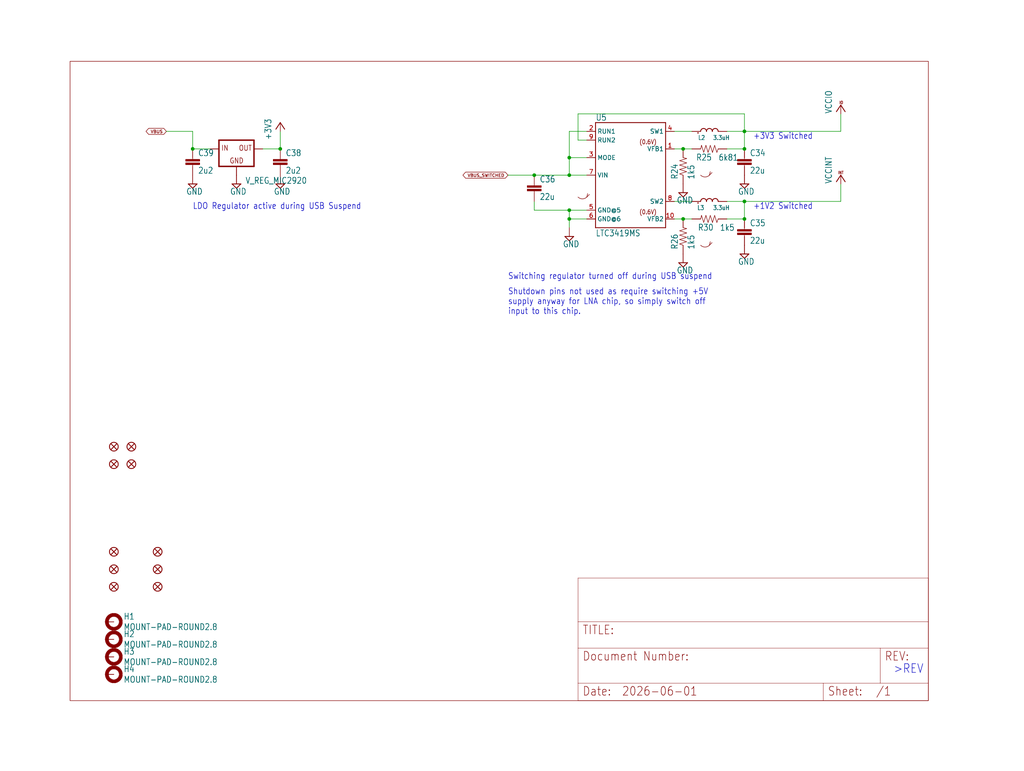
<source format=kicad_sch>
(kicad_sch (version 20230121) (generator eeschema)
  (paper "User" 297.002 223.571)
  (lib_symbols
    (symbol "cw-lite-main-eagle-import:+3V3" (power)
      (property "Value" "+3V3" (at -2.54 -5.08 90))
      (symbol "+3V3_1_0"
        (polyline (pts (xy 0 0) (xy -1.27 -1.905)) (stroke (width 0.254)))
        (polyline (pts (xy 1.27 -1.905) (xy 0 0)) (stroke (width 0.254)))
        (pin power_in line (at 0 -2.54 90) (length 2.54) (name "+3V3") (number "1"))
      )
    )
    (symbol "cw-lite-main-eagle-import:FIDUCIAL1.5X3"
      (symbol "FIDUCIAL1.5X3_1_0"
        (polyline (pts (xy -0.762 0.762) (xy 0.762 -0.762)) (stroke (width 0.254)))
        (polyline (pts (xy 0.762 0.762) (xy -0.762 -0.762)) (stroke (width 0.254)))
        (circle (center 0 0) (radius 1.27) (stroke (width 0.254)))
      )
    )
    (symbol "cw-lite-main-eagle-import:FIDUCIALUFIDUCIAL"
      (symbol "FIDUCIALUFIDUCIAL_1_0"
        (polyline (pts (xy -0.762 0.762) (xy 0.762 -0.762)) (stroke (width 0.254)))
        (polyline (pts (xy 0.762 0.762) (xy -0.762 -0.762)) (stroke (width 0.254)))
        (circle (center 0 0) (radius 1.27) (stroke (width 0.254)))
      )
    )
    (symbol "cw-lite-main-eagle-import:GND" (power)
      (property "Value" "GND" (at -1.905 -3.175 0))
      (symbol "GND_1_0"
        (polyline (pts (xy -1.27 0) (xy 1.27 0)) (stroke (width 0.254)))
        (polyline (pts (xy 0 -1.27) (xy -1.27 0)) (stroke (width 0.254)))
        (polyline (pts (xy 1.27 0) (xy 0 -1.27)) (stroke (width 0.254)))
        (pin power_in line (at 0 2.54 270) (length 2.54) (name "GND") (number "1"))
      )
    )
    (symbol "cw-lite-main-eagle-import:LETTER_L"
      (symbol "LETTER_L_1_0"
        (polyline (pts (xy 0 0) (xy 248.92 0) (xy 248.92 185.42) (xy 0 185.42) (xy 0 0)))
      )
      (symbol "LETTER_L_2_0"
        (polyline (pts (xy 0 0) (xy 0 5.08)) (stroke (width 0.1016)))
        (polyline (pts (xy 0 0) (xy 71.12 0)) (stroke (width 0.1016)))
        (polyline (pts (xy 0 5.08) (xy 0 15.24)) (stroke (width 0.1016)))
        (polyline (pts (xy 0 5.08) (xy 71.12 5.08)) (stroke (width 0.1016)))
        (polyline (pts (xy 0 15.24) (xy 0 22.86)) (stroke (width 0.1016)))
        (polyline (pts (xy 0 22.86) (xy 0 35.56)) (stroke (width 0.1016)))
        (polyline (pts (xy 0 22.86) (xy 101.6 22.86)) (stroke (width 0.1016)))
        (polyline (pts (xy 71.12 0) (xy 101.6 0)) (stroke (width 0.1016)))
        (polyline (pts (xy 71.12 5.08) (xy 71.12 0)) (stroke (width 0.1016)))
        (polyline (pts (xy 71.12 5.08) (xy 87.63 5.08)) (stroke (width 0.1016)))
        (polyline (pts (xy 87.63 5.08) (xy 101.6 5.08)) (stroke (width 0.1016)))
        (polyline (pts (xy 87.63 15.24) (xy 0 15.24)) (stroke (width 0.1016)))
        (polyline (pts (xy 87.63 15.24) (xy 87.63 5.08)) (stroke (width 0.1016)))
        (polyline (pts (xy 101.6 5.08) (xy 101.6 0)) (stroke (width 0.1016)))
        (polyline (pts (xy 101.6 15.24) (xy 87.63 15.24)) (stroke (width 0.1016)))
        (polyline (pts (xy 101.6 15.24) (xy 101.6 5.08)) (stroke (width 0.1016)))
        (polyline (pts (xy 101.6 22.86) (xy 101.6 15.24)) (stroke (width 0.1016)))
        (polyline (pts (xy 101.6 35.56) (xy 0 35.56)) (stroke (width 0.1016)))
        (polyline (pts (xy 101.6 35.56) (xy 101.6 22.86)) (stroke (width 0.1016)))
        (text "${#}/${##}" (at 86.36 1.27 0) (effects (font (size 2.54 2.159)) (justify left bottom)))
        (text "${CURRENT_DATE}" (at 12.7 1.27 0) (effects (font (size 2.54 2.159)) (justify left bottom)))
        (text "${PROJECTNAME}" (at 17.78 19.05 0) (effects (font (size 2.54 2.159)) (justify left bottom)))
        (text "Date:" (at 1.27 1.27 0) (effects (font (size 2.54 2.159)) (justify left bottom)))
        (text "Document Number:" (at 1.27 11.43 0) (effects (font (size 2.54 2.159)) (justify left bottom)))
        (text "REV:" (at 88.9 11.43 0) (effects (font (size 2.54 2.159)) (justify left bottom)))
        (text "Sheet:" (at 72.39 1.27 0) (effects (font (size 2.54 2.159)) (justify left bottom)))
        (text "TITLE:" (at 1.27 19.05 0) (effects (font (size 2.54 2.159)) (justify left bottom)))
      )
    )
    (symbol "cw-lite-main-eagle-import:LTC3419MS"
      (property "Reference" "U" (at -10.16 15.748 0))
      (symbol "LTC3419MS_1_0"
        (arc (start -15.24 -6.35) (mid -13.97 -6.8761) (end -12.7 -6.35) (stroke (width 0.1524)))
        (polyline (pts (xy -12.7 -6.35) (xy -12.446 -5.334)) (stroke (width 0.1524)))
        (polyline (pts (xy -12.7 -6.35) (xy -11.938 -5.588)) (stroke (width 0.1524)))
        (polyline (pts (xy -10.16 -15.24) (xy -10.16 15.24)) (stroke (width 0.254)))
        (polyline (pts (xy -10.16 15.24) (xy 10.16 15.24)) (stroke (width 0.254)))
        (polyline (pts (xy 10.16 -15.24) (xy -10.16 -15.24)) (stroke (width 0.254)))
        (polyline (pts (xy 10.16 15.24) (xy 10.16 -15.24)) (stroke (width 0.254)))
        (polyline (pts (xy 22.86 -20.32) (xy 23.114 -19.304)) (stroke (width 0.1524)))
        (polyline (pts (xy 22.86 -20.32) (xy 23.622 -19.558)) (stroke (width 0.1524)))
        (polyline (pts (xy 22.86 0) (xy 23.114 1.016)) (stroke (width 0.1524)))
        (polyline (pts (xy 22.86 0) (xy 23.622 0.762)) (stroke (width 0.1524)))
        (arc (start 20.32 -20.32) (mid 21.59 -20.8461) (end 22.86 -20.32) (stroke (width 0.1524)))
        (arc (start 20.32 0) (mid 21.5899 -0.526) (end 22.8599 -0.0001) (stroke (width 0.1524)))
        (text "(0.6V)" (at 7.62 -11.43 0) (effects (font (size 1.27 1.0795)) (justify right bottom)))
        (text "(0.6V)" (at 7.62 8.89 0) (effects (font (size 1.27 1.0795)) (justify right bottom)))
        (pin input line (at 12.7 7.62 180) (length 2.54) (name "VFB1") (number "1"))
        (pin input line (at 12.7 -12.7 180) (length 2.54) (name "VFB2") (number "10"))
        (pin input line (at -12.7 12.7 0) (length 2.54) (name "RUN1") (number "2"))
        (pin input line (at -12.7 5.08 0) (length 2.54) (name "MODE") (number "3"))
        (pin output line (at 12.7 12.7 180) (length 2.54) (name "SW1") (number "4"))
        (pin power_in line (at -12.7 -10.16 0) (length 2.54) (name "GND@5") (number "5"))
        (pin power_in line (at -12.7 -12.7 0) (length 2.54) (name "GND@6") (number "6"))
        (pin input line (at -12.7 0 0) (length 2.54) (name "VIN") (number "7"))
        (pin output line (at 12.7 -7.62 180) (length 2.54) (name "SW2") (number "8"))
        (pin input line (at -12.7 10.16 0) (length 2.54) (name "RUN2") (number "9"))
      )
    )
    (symbol "cw-lite-main-eagle-import:L_VLS3015"
      (property "Reference" "L" (at -2.54 1.27 0))
      (symbol "L_VLS3015_1_0"
        (circle (center -3.302 -0.4445) (radius 0.0635))
        (arc (start -0.8468 0) (mid -1.6934 0.843) (end -2.54 0) (stroke (width 0.254)))
        (arc (start 0.8467 0) (mid 0 0.8431) (end -0.8467 0) (stroke (width 0.254)))
        (arc (start 2.54 0) (mid 1.6934 0.843) (end 0.8468 0) (stroke (width 0.254)))
        (pin passive line (at -5.08 0 0) (length 2.54) (name "1") (number "1"))
        (pin passive line (at 5.08 0 180) (length 2.54) (name "2") (number "2"))
      )
    )
    (symbol "cw-lite-main-eagle-import:MOUNT-PAD-ROUND2.8"
      (property "Reference" "H" (at 2.794 0.5842 0))
      (symbol "MOUNT-PAD-ROUND2.8_1_0"
        (arc (start -2.032 -0.254) (mid -1.448 -1.448) (end -0.254 -2.032) (stroke (width 1.016)))
        (arc (start -0.254 2.032) (mid -1.448 1.448) (end -2.032 0.254) (stroke (width 1.016)))
        (circle (center 0 0) (radius 1.524) (stroke (width 0.0508)))
        (arc (start 0.254 -2.032) (mid 1.448 -1.448) (end 2.032 -0.254) (stroke (width 1.016)))
        (arc (start 2.032 0.254) (mid 1.448 1.448) (end 0.254 2.032) (stroke (width 1.016)))
        (pin passive line (at -2.54 0 0) (length 2.54) (name "MOUNT") (number "B2,8"))
      )
    )
    (symbol "cw-lite-main-eagle-import:VCCINT" (power)
      (property "Value" "VCCINT" (at -2.54 -2.54 90))
      (symbol "VCCINT_1_0"
        (polyline (pts (xy 0 0) (xy -1.27 -1.905)) (stroke (width 0.254)))
        (polyline (pts (xy 1.27 -1.905) (xy 0 0)) (stroke (width 0.254)))
        (text "INT" (at -0.889 0.254 0) (effects (font (size 0.8128 0.6908)) (justify left bottom)))
        (pin power_in line (at 0 -2.54 90) (length 2.54) (name "VCCINT") (number "1"))
      )
    )
    (symbol "cw-lite-main-eagle-import:VCCIO" (power)
      (property "Value" "VCCIO" (at -2.54 -2.54 90))
      (symbol "VCCIO_1_0"
        (polyline (pts (xy 0 0) (xy -1.27 -1.905)) (stroke (width 0.254)))
        (polyline (pts (xy 1.27 -1.905) (xy 0 0)) (stroke (width 0.254)))
        (text "IO" (at -0.508 0.254 0) (effects (font (size 0.8128 0.6908)) (justify left bottom)))
        (pin power_in line (at 0 -2.54 90) (length 2.54) (name "VCCIO") (number "1"))
      )
    )
    (symbol "cw-lite-main-eagle-import:V_REG_MIC2920"
      (symbol "V_REG_MIC2920_1_0"
        (polyline (pts (xy -5.08 -5.08) (xy 5.08 -5.08)) (stroke (width 0.4064)))
        (polyline (pts (xy -5.08 2.54) (xy -5.08 -5.08)) (stroke (width 0.4064)))
        (polyline (pts (xy 5.08 -5.08) (xy 5.08 2.54)) (stroke (width 0.4064)))
        (polyline (pts (xy 5.08 2.54) (xy -5.08 2.54)) (stroke (width 0.4064)))
        (text "GND" (at -2.032 -4.318 0) (effects (font (size 1.524 1.2954)) (justify left bottom)))
        (text "IN" (at -4.445 -0.635 0) (effects (font (size 1.524 1.2954)) (justify left bottom)))
        (text "OUT" (at 0.635 -0.635 0) (effects (font (size 1.524 1.2954)) (justify left bottom)))
        (pin input line (at -7.62 0 0) (length 2.54) (name "IN") (number "1"))
        (pin input line (at 0 -7.62 90) (length 2.54) (name "GND") (number "2"))
        (pin output line (at 7.62 0 180) (length 2.54) (name "OUT") (number "3"))
      )
    )
    (symbol "cw-lite-main-eagle-import:custom-std_CAP0603-CAP"
      (property "Reference" "C" (at 1.524 2.921 0))
      (symbol "custom-std_CAP0603-CAP_1_0"
        (rectangle (start -2.032 0.508) (end 2.032 1.016) (fill (type outline)))
        (rectangle (start -2.032 1.524) (end 2.032 2.032) (fill (type outline)))
        (polyline (pts (xy 0 0) (xy 0 0.508)) (stroke (width 0.1524)))
        (polyline (pts (xy 0 2.54) (xy 0 2.032)) (stroke (width 0.1524)))
        (pin passive line (at 0 5.08 270) (length 2.54) (name "1") (number "1"))
        (pin passive line (at 0 -2.54 90) (length 2.54) (name "2") (number "2"))
      )
    )
    (symbol "cw-lite-main-eagle-import:custom-std_CAP0805"
      (property "Reference" "C" (at 1.524 2.921 0))
      (symbol "custom-std_CAP0805_1_0"
        (rectangle (start -2.032 0.508) (end 2.032 1.016) (fill (type outline)))
        (rectangle (start -2.032 1.524) (end 2.032 2.032) (fill (type outline)))
        (polyline (pts (xy 0 0) (xy 0 0.508)) (stroke (width 0.1524)))
        (polyline (pts (xy 0 2.54) (xy 0 2.032)) (stroke (width 0.1524)))
        (pin passive line (at 0 5.08 270) (length 2.54) (name "1") (number "1"))
        (pin passive line (at 0 -2.54 90) (length 2.54) (name "2") (number "2"))
      )
    )
    (symbol "cw-lite-main-eagle-import:custom-std_RES0402-RES"
      (property "Reference" "R" (at -3.81 1.4986 0))
      (symbol "custom-std_RES0402-RES_1_0"
        (polyline (pts (xy -2.54 0) (xy -2.159 1.016)) (stroke (width 0.1524)))
        (polyline (pts (xy -2.159 1.016) (xy -1.524 -1.016)) (stroke (width 0.1524)))
        (polyline (pts (xy -1.524 -1.016) (xy -0.889 1.016)) (stroke (width 0.1524)))
        (polyline (pts (xy -0.889 1.016) (xy -0.254 -1.016)) (stroke (width 0.1524)))
        (polyline (pts (xy -0.254 -1.016) (xy 0.381 1.016)) (stroke (width 0.1524)))
        (polyline (pts (xy 0.381 1.016) (xy 1.016 -1.016)) (stroke (width 0.1524)))
        (polyline (pts (xy 1.016 -1.016) (xy 1.651 1.016)) (stroke (width 0.1524)))
        (polyline (pts (xy 1.651 1.016) (xy 2.286 -1.016)) (stroke (width 0.1524)))
        (polyline (pts (xy 2.286 -1.016) (xy 2.54 0)) (stroke (width 0.1524)))
        (pin passive line (at -5.08 0 0) (length 2.54) (name "1") (number "1"))
        (pin passive line (at 5.08 0 180) (length 2.54) (name "2") (number "2"))
      )
    )
  )
  (junction (at 154.94 50.8))
  (junction (at 165.1 60.96))
  (junction (at 165.1 50.8))
  (junction (at 165.1 63.5))
  (junction (at 215.9 63.5))
  (junction (at 55.88 43.18))
  (junction (at 81.28 43.18))
  (junction (at 165.1 45.72))
  (junction (at 215.9 58.42))
  (junction (at 198.12 43.18))
  (junction (at 215.9 38.1))
  (junction (at 215.9 43.18))
  (junction (at 198.12 63.5))
  (wire (pts (xy 198.12 43.18) (xy 195.58 43.18)) (stroke (width 0.1524)))
  (wire (pts (xy 215.9 63.5) (xy 210.82 63.5)) (stroke (width 0.1524)))
  (wire (pts (xy 154.94 60.96) (xy 165.1 60.96)) (stroke (width 0.1524)))
  (wire (pts (xy 55.88 38.1) (xy 48.26 38.1)) (stroke (width 0.1524)))
  (wire (pts (xy 215.9 43.18) (xy 215.9 38.1)) (stroke (width 0.1524)))
  (wire (pts (xy 195.58 58.42) (xy 200.66 58.42)) (stroke (width 0.1524)))
  (wire (pts (xy 167.64 33.02) (xy 215.9 33.02)) (stroke (width 0.1524)))
  (wire (pts (xy 165.1 45.72) (xy 165.1 38.1)) (stroke (width 0.1524)))
  (wire (pts (xy 76.2 43.18) (xy 81.28 43.18)) (stroke (width 0.1524)))
  (wire (pts (xy 165.1 38.1) (xy 170.18 38.1)) (stroke (width 0.1524)))
  (wire (pts (xy 215.9 43.18) (xy 210.82 43.18)) (stroke (width 0.1524)))
  (wire (pts (xy 81.28 38.1) (xy 81.28 43.18)) (stroke (width 0.1524)))
  (wire (pts (xy 215.9 38.1) (xy 243.84 38.1)) (stroke (width 0.1524)))
  (wire (pts (xy 165.1 50.8) (xy 165.1 45.72)) (stroke (width 0.1524)))
  (wire (pts (xy 200.66 63.5) (xy 198.12 63.5)) (stroke (width 0.1524)))
  (wire (pts (xy 195.58 38.1) (xy 200.66 38.1)) (stroke (width 0.1524)))
  (wire (pts (xy 154.94 58.42) (xy 154.94 60.96)) (stroke (width 0.1524)))
  (wire (pts (xy 170.18 60.96) (xy 165.1 60.96)) (stroke (width 0.1524)))
  (wire (pts (xy 55.88 43.18) (xy 55.88 38.1)) (stroke (width 0.1524)))
  (wire (pts (xy 154.94 50.8) (xy 147.32 50.8)) (stroke (width 0.1524)))
  (wire (pts (xy 170.18 40.64) (xy 167.64 40.64)) (stroke (width 0.1524)))
  (wire (pts (xy 60.96 43.18) (xy 55.88 43.18)) (stroke (width 0.1524)))
  (wire (pts (xy 165.1 60.96) (xy 165.1 63.5)) (stroke (width 0.1524)))
  (wire (pts (xy 215.9 58.42) (xy 243.84 58.42)) (stroke (width 0.1524)))
  (wire (pts (xy 170.18 63.5) (xy 165.1 63.5)) (stroke (width 0.1524)))
  (wire (pts (xy 215.9 33.02) (xy 215.9 38.1)) (stroke (width 0.1524)))
  (wire (pts (xy 198.12 43.18) (xy 200.66 43.18)) (stroke (width 0.1524)))
  (wire (pts (xy 210.82 58.42) (xy 215.9 58.42)) (stroke (width 0.1524)))
  (wire (pts (xy 215.9 63.5) (xy 215.9 58.42)) (stroke (width 0.1524)))
  (wire (pts (xy 167.64 40.64) (xy 167.64 33.02)) (stroke (width 0.1524)))
  (wire (pts (xy 243.84 58.42) (xy 243.84 53.34)) (stroke (width 0.1524)))
  (wire (pts (xy 210.82 38.1) (xy 215.9 38.1)) (stroke (width 0.1524)))
  (wire (pts (xy 165.1 50.8) (xy 154.94 50.8)) (stroke (width 0.1524)))
  (wire (pts (xy 198.12 63.5) (xy 195.58 63.5)) (stroke (width 0.1524)))
  (wire (pts (xy 165.1 63.5) (xy 165.1 66.04)) (stroke (width 0.1524)))
  (wire (pts (xy 170.18 45.72) (xy 165.1 45.72)) (stroke (width 0.1524)))
  (wire (pts (xy 170.18 50.8) (xy 165.1 50.8)) (stroke (width 0.1524)))
  (wire (pts (xy 243.84 38.1) (xy 243.84 33.02)) (stroke (width 0.1524)))
  (text "Switching regulator turned off during USB suspend" (at 147.32 81.28 0) (effects (font (size 1.778 1.5113)) (justify left bottom)))
  (text "LDO Regulator active during USB Suspend" (at 55.88 60.96 0) (effects (font (size 1.778 1.5113)) (justify left bottom)))
  (text "+3V3 Switched" (at 218.44 40.64 0) (effects (font (size 1.778 1.5113)) (justify left bottom)))
  (text ">REV" (at 259.08 195.58 0) (effects (font (size 2.54 2.159)) (justify left bottom)))
  (text "+1V2 Switched" (at 218.44 60.96 0) (effects (font (size 1.778 1.5113)) (justify left bottom)))
  (text "Shutdown pins not used as require switching +5V\nsupply anyway for LNA chip, so simply switch off\ninput to this chip." (at 147.32 91.44 0) (effects (font (size 1.778 1.5113)) (justify left bottom)))
  (global_label "VBUS" (shape bidirectional) (at 48.26 38.1 180) (effects (font (size 0.889 0.889))) (property "Intersheetrefs" "${INTERSHEET_REFS}" (effects hide)))
  (global_label "VBUS_SWITCHED" (shape bidirectional) (at 147.32 50.8 180) (effects (font (size 0.889 0.889))) (property "Intersheetrefs" "${INTERSHEET_REFS}" (effects hide)))
  (symbol (lib_id "cw-lite-main-eagle-import:MOUNT-PAD-ROUND2.8") (at 33.02 190.5 0) (unit 1)
    (property "Reference" "H3" (at 35.814 189.9158 0) (effects (font (size 1.778 1.5113)) (justify left bottom)))
    (property "Value" "MOUNT-PAD-ROUND2.8" (at 35.814 192.9638 0) (effects (font (size 1.778 1.5113)) (justify left bottom)))
    (property "Footprint" "cw-lite-main:2,8-PAD" (effects hide))
  )
  (symbol (lib_id "cw-lite-main-eagle-import:FIDUCIAL1.5X3") (at 45.72 165.1 0) (unit 1)
    (property "Reference" "FID5" (effects hide))
    (property "Value" "FIDUCIAL1.5X3" (effects hide))
    (property "Footprint" "cw-lite-main:FIDUCIAL-1.5X3" (effects hide))
  )
  (symbol (lib_id "cw-lite-main-eagle-import:L_VLS3015") (at 205.74 58.42 0) (unit 1)
    (property "Reference" "L3" (at 202.184 60.96 0) (effects (font (size 1.27 1.0795)) (justify left bottom)))
    (property "Value" "3.3uH" (at 206.756 60.96 0) (effects (font (size 1.27 1.0795)) (justify left bottom)))
    (property "Footprint" "cw-lite-main:VLS3015" (effects hide))
    (property "MPN" "VLS3015ET-3R3M" (effects hide))
    (property "OC_DIGIKEY" "445-6677-1-ND" (effects hide))
  )
  (symbol (lib_id "cw-lite-main-eagle-import:GND") (at 215.9 53.34 0) (unit 1)
    (property "Reference" "#SUPPLY21" (effects hide))
    (property "Value" "GND" (at 213.995 56.515 0) (effects (font (size 1.778 1.5113)) (justify left bottom)))
  )
  (symbol (lib_id "cw-lite-main-eagle-import:FIDUCIALUFIDUCIAL") (at 38.1 129.54 0) (unit 1)
    (property "Reference" "MFID3" (effects hide))
    (property "Value" "FIDUCIALUFIDUCIAL" (effects hide))
    (property "Footprint" "cw-lite-main:MICRO-FIDUCIAL" (effects hide))
  )
  (symbol (lib_id "cw-lite-main-eagle-import:GND") (at 81.28 53.34 0) (unit 1)
    (property "Reference" "#SUPPLY35" (effects hide))
    (property "Value" "GND" (at 79.375 56.515 0) (effects (font (size 1.778 1.5113)) (justify left bottom)))
  )
  (symbol (lib_id "cw-lite-main-eagle-import:GND") (at 68.58 53.34 0) (unit 1)
    (property "Reference" "#SUPPLY33" (effects hide))
    (property "Value" "GND" (at 66.675 56.515 0) (effects (font (size 1.778 1.5113)) (justify left bottom)))
  )
  (symbol (lib_id "cw-lite-main-eagle-import:FIDUCIALUFIDUCIAL") (at 38.1 134.62 0) (unit 1)
    (property "Reference" "MFID4" (effects hide))
    (property "Value" "FIDUCIALUFIDUCIAL" (effects hide))
    (property "Footprint" "cw-lite-main:MICRO-FIDUCIAL" (effects hide))
  )
  (symbol (lib_id "cw-lite-main-eagle-import:LETTER_L") (at 20.32 203.2 0) (unit 1)
    (property "Reference" "#FRAME6" (effects hide))
    (property "Value" "LETTER_L" (effects hide))
  )
  (symbol (lib_id "cw-lite-main-eagle-import:custom-std_RES0402-RES") (at 205.74 63.5 180) (unit 1)
    (property "Reference" "R30" (at 207.01 64.9986 0) (effects (font (size 1.778 1.5113)) (justify left bottom)))
    (property "Value" "1k5" (at 213.106 65.024 0) (effects (font (size 1.778 1.5113)) (justify left bottom)))
    (property "Footprint" "cw-lite-main:0402R" (effects hide))
  )
  (symbol (lib_id "cw-lite-main-eagle-import:L_VLS3015") (at 205.74 38.1 0) (unit 1)
    (property "Reference" "L2" (at 202.438 40.64 0) (effects (font (size 1.27 1.0795)) (justify left bottom)))
    (property "Value" "3.3uH" (at 206.756 40.64 0) (effects (font (size 1.27 1.0795)) (justify left bottom)))
    (property "Footprint" "cw-lite-main:VLS3015" (effects hide))
    (property "OC_DIGIKEY" "445-6677-1-ND" (effects hide))
  )
  (symbol (lib_id "cw-lite-main-eagle-import:custom-std_RES0402-RES") (at 198.12 48.26 90) (unit 1)
    (property "Reference" "R24" (at 196.6214 52.07 0) (effects (font (size 1.778 1.5113)) (justify left bottom)))
    (property "Value" "1k5" (at 201.422 52.07 0) (effects (font (size 1.778 1.5113)) (justify left bottom)))
    (property "Footprint" "cw-lite-main:0402R" (effects hide))
  )
  (symbol (lib_id "cw-lite-main-eagle-import:GND") (at 198.12 55.88 0) (unit 1)
    (property "Reference" "#SUPPLY22" (effects hide))
    (property "Value" "GND" (at 196.215 59.055 0) (effects (font (size 1.778 1.5113)) (justify left bottom)))
  )
  (symbol (lib_id "cw-lite-main-eagle-import:FIDUCIAL1.5X3") (at 45.72 160.02 0) (unit 1)
    (property "Reference" "FID4" (effects hide))
    (property "Value" "FIDUCIAL1.5X3" (effects hide))
    (property "Footprint" "cw-lite-main:FIDUCIAL-1.5X3" (effects hide))
  )
  (symbol (lib_id "cw-lite-main-eagle-import:custom-std_RES0402-RES") (at 205.74 43.18 180) (unit 1)
    (property "Reference" "R25" (at 206.502 44.6786 0) (effects (font (size 1.778 1.5113)) (justify left bottom)))
    (property "Value" "6k81" (at 214.122 44.704 0) (effects (font (size 1.778 1.5113)) (justify left bottom)))
    (property "Footprint" "cw-lite-main:0402R" (effects hide))
  )
  (symbol (lib_id "cw-lite-main-eagle-import:+3V3") (at 81.28 35.56 0) (unit 1)
    (property "Reference" "#+3V2" (effects hide))
    (property "Value" "+3V3" (at 78.74 40.64 90) (effects (font (size 1.778 1.5113)) (justify left bottom)))
  )
  (symbol (lib_id "cw-lite-main-eagle-import:MOUNT-PAD-ROUND2.8") (at 33.02 180.34 0) (unit 1)
    (property "Reference" "H1" (at 35.814 179.7558 0) (effects (font (size 1.778 1.5113)) (justify left bottom)))
    (property "Value" "MOUNT-PAD-ROUND2.8" (at 35.814 182.8038 0) (effects (font (size 1.778 1.5113)) (justify left bottom)))
    (property "Footprint" "cw-lite-main:2,8-PAD" (effects hide))
  )
  (symbol (lib_id "cw-lite-main-eagle-import:FIDUCIAL1.5X3") (at 33.02 170.18 0) (unit 1)
    (property "Reference" "FID3" (effects hide))
    (property "Value" "FIDUCIAL1.5X3" (effects hide))
    (property "Footprint" "cw-lite-main:FIDUCIAL-1.5X3" (effects hide))
  )
  (symbol (lib_id "cw-lite-main-eagle-import:MOUNT-PAD-ROUND2.8") (at 33.02 195.58 0) (unit 1)
    (property "Reference" "H4" (at 35.814 194.9958 0) (effects (font (size 1.778 1.5113)) (justify left bottom)))
    (property "Value" "MOUNT-PAD-ROUND2.8" (at 35.814 198.0438 0) (effects (font (size 1.778 1.5113)) (justify left bottom)))
    (property "Footprint" "cw-lite-main:2,8-PAD" (effects hide))
  )
  (symbol (lib_id "cw-lite-main-eagle-import:custom-std_CAP0603-CAP") (at 55.88 48.26 0) (unit 1)
    (property "Reference" "C39" (at 57.404 45.339 0) (effects (font (size 1.778 1.5113)) (justify left bottom)))
    (property "Value" "2u2" (at 57.404 50.419 0) (effects (font (size 1.778 1.5113)) (justify left bottom)))
    (property "Footprint" "cw-lite-main:0603C" (effects hide))
  )
  (symbol (lib_id "cw-lite-main-eagle-import:LTC3419MS") (at 182.88 50.8 0) (unit 1)
    (property "Reference" "U5" (at 172.72 35.052 0) (effects (font (size 1.778 1.5113)) (justify left bottom)))
    (property "Value" "LTC3419MS" (at 172.72 68.58 0) (effects (font (size 1.778 1.5113)) (justify left bottom)))
    (property "Footprint" "cw-lite-main:MSOP10" (effects hide))
    (property "MPN" "LTC3419EMS#PBF" (effects hide))
    (property "OC_DIGIKEY" "LTC3419EMS#PBF-ND" (effects hide))
  )
  (symbol (lib_id "cw-lite-main-eagle-import:FIDUCIALUFIDUCIAL") (at 33.02 129.54 0) (unit 1)
    (property "Reference" "MFID1" (effects hide))
    (property "Value" "FIDUCIALUFIDUCIAL" (effects hide))
    (property "Footprint" "cw-lite-main:MICRO-FIDUCIAL" (effects hide))
  )
  (symbol (lib_id "cw-lite-main-eagle-import:LETTER_L") (at 167.64 203.2 0) (unit 2)
    (property "Reference" "#FRAME6" (effects hide))
    (property "Value" "LETTER_L" (effects hide))
  )
  (symbol (lib_id "cw-lite-main-eagle-import:VCCIO") (at 243.84 30.48 0) (unit 1)
    (property "Reference" "#VCC12" (effects hide))
    (property "Value" "VCCIO" (at 241.3 33.02 90) (effects (font (size 1.778 1.5113)) (justify left bottom)))
  )
  (symbol (lib_id "cw-lite-main-eagle-import:custom-std_CAP0603-CAP") (at 81.28 48.26 0) (unit 1)
    (property "Reference" "C38" (at 82.804 45.339 0) (effects (font (size 1.778 1.5113)) (justify left bottom)))
    (property "Value" "2u2" (at 82.804 50.419 0) (effects (font (size 1.778 1.5113)) (justify left bottom)))
    (property "Footprint" "cw-lite-main:0603C" (effects hide))
  )
  (symbol (lib_id "cw-lite-main-eagle-import:V_REG_MIC2920") (at 68.58 43.18 0) (unit 1)
    (property "Reference" "U7" (effects hide))
    (property "Value" "V_REG_MIC2920" (at 71.12 53.34 0) (effects (font (size 1.778 1.5113)) (justify left bottom)))
    (property "Footprint" "cw-lite-main:SOT223" (effects hide))
    (property "MPN" "TC1262-3.3VDBTR" (effects hide))
    (property "OC_DIGIKEY" "TC1262-3.3VDBCT-ND" (effects hide))
  )
  (symbol (lib_id "cw-lite-main-eagle-import:MOUNT-PAD-ROUND2.8") (at 33.02 185.42 0) (unit 1)
    (property "Reference" "H2" (at 35.814 184.8358 0) (effects (font (size 1.778 1.5113)) (justify left bottom)))
    (property "Value" "MOUNT-PAD-ROUND2.8" (at 35.814 187.8838 0) (effects (font (size 1.778 1.5113)) (justify left bottom)))
    (property "Footprint" "cw-lite-main:2,8-PAD" (effects hide))
  )
  (symbol (lib_id "cw-lite-main-eagle-import:custom-std_CAP0805") (at 215.9 48.26 0) (unit 1)
    (property "Reference" "C34" (at 217.424 45.339 0) (effects (font (size 1.778 1.5113)) (justify left bottom)))
    (property "Value" "22u" (at 217.424 50.419 0) (effects (font (size 1.778 1.5113)) (justify left bottom)))
    (property "Footprint" "cw-lite-main:0805" (effects hide))
  )
  (symbol (lib_id "cw-lite-main-eagle-import:GND") (at 165.1 68.58 0) (unit 1)
    (property "Reference" "#SUPPLY23" (effects hide))
    (property "Value" "GND" (at 163.195 71.755 0) (effects (font (size 1.778 1.5113)) (justify left bottom)))
  )
  (symbol (lib_id "cw-lite-main-eagle-import:FIDUCIAL1.5X3") (at 33.02 165.1 0) (unit 1)
    (property "Reference" "FID2" (effects hide))
    (property "Value" "FIDUCIAL1.5X3" (effects hide))
    (property "Footprint" "cw-lite-main:FIDUCIAL-1.5X3" (effects hide))
  )
  (symbol (lib_id "cw-lite-main-eagle-import:VCCINT") (at 243.84 50.8 0) (unit 1)
    (property "Reference" "#VCC11" (effects hide))
    (property "Value" "VCCINT" (at 241.3 53.34 90) (effects (font (size 1.778 1.5113)) (justify left bottom)))
  )
  (symbol (lib_id "cw-lite-main-eagle-import:custom-std_CAP0805") (at 154.94 55.88 0) (unit 1)
    (property "Reference" "C36" (at 156.464 52.959 0) (effects (font (size 1.778 1.5113)) (justify left bottom)))
    (property "Value" "22u" (at 156.464 58.039 0) (effects (font (size 1.778 1.5113)) (justify left bottom)))
    (property "Footprint" "cw-lite-main:0805" (effects hide))
  )
  (symbol (lib_id "cw-lite-main-eagle-import:FIDUCIALUFIDUCIAL") (at 33.02 134.62 0) (unit 1)
    (property "Reference" "MFID2" (effects hide))
    (property "Value" "FIDUCIALUFIDUCIAL" (effects hide))
    (property "Footprint" "cw-lite-main:MICRO-FIDUCIAL" (effects hide))
  )
  (symbol (lib_id "cw-lite-main-eagle-import:custom-std_CAP0805") (at 215.9 68.58 0) (unit 1)
    (property "Reference" "C35" (at 217.424 65.659 0) (effects (font (size 1.778 1.5113)) (justify left bottom)))
    (property "Value" "22u" (at 217.424 70.739 0) (effects (font (size 1.778 1.5113)) (justify left bottom)))
    (property "Footprint" "cw-lite-main:0805" (effects hide))
  )
  (symbol (lib_id "cw-lite-main-eagle-import:FIDUCIAL1.5X3") (at 33.02 160.02 0) (unit 1)
    (property "Reference" "FID1" (effects hide))
    (property "Value" "FIDUCIAL1.5X3" (effects hide))
    (property "Footprint" "cw-lite-main:FIDUCIAL-1.5X3" (effects hide))
  )
  (symbol (lib_id "cw-lite-main-eagle-import:GND") (at 55.88 53.34 0) (unit 1)
    (property "Reference" "#SUPPLY34" (effects hide))
    (property "Value" "GND" (at 53.975 56.515 0) (effects (font (size 1.778 1.5113)) (justify left bottom)))
  )
  (symbol (lib_id "cw-lite-main-eagle-import:GND") (at 215.9 73.66 0) (unit 1)
    (property "Reference" "#SUPPLY19" (effects hide))
    (property "Value" "GND" (at 213.995 76.835 0) (effects (font (size 1.778 1.5113)) (justify left bottom)))
  )
  (symbol (lib_id "cw-lite-main-eagle-import:GND") (at 198.12 76.2 0) (unit 1)
    (property "Reference" "#SUPPLY20" (effects hide))
    (property "Value" "GND" (at 196.215 79.375 0) (effects (font (size 1.778 1.5113)) (justify left bottom)))
  )
  (symbol (lib_id "cw-lite-main-eagle-import:custom-std_RES0402-RES") (at 198.12 68.58 90) (unit 1)
    (property "Reference" "R26" (at 196.6214 72.39 0) (effects (font (size 1.778 1.5113)) (justify left bottom)))
    (property "Value" "1k5" (at 201.422 72.39 0) (effects (font (size 1.778 1.5113)) (justify left bottom)))
    (property "Footprint" "cw-lite-main:0402R" (effects hide))
  )
  (symbol (lib_id "cw-lite-main-eagle-import:FIDUCIAL1.5X3") (at 45.72 170.18 0) (unit 1)
    (property "Reference" "FID6" (effects hide))
    (property "Value" "FIDUCIAL1.5X3" (effects hide))
    (property "Footprint" "cw-lite-main:FIDUCIAL-1.5X3" (effects hide))
  )
)
</source>
